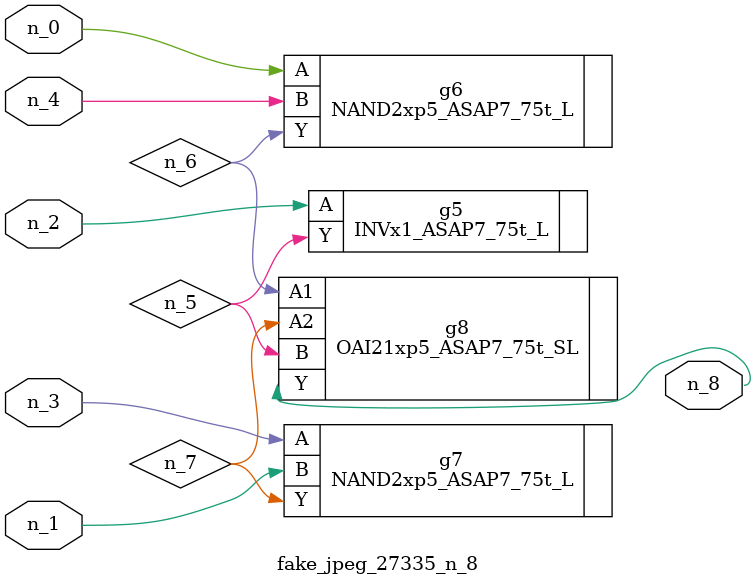
<source format=v>
module fake_jpeg_27335_n_8 (n_3, n_2, n_1, n_0, n_4, n_8);

input n_3;
input n_2;
input n_1;
input n_0;
input n_4;

output n_8;

wire n_6;
wire n_5;
wire n_7;

INVx1_ASAP7_75t_L g5 ( 
.A(n_2),
.Y(n_5)
);

NAND2xp5_ASAP7_75t_L g6 ( 
.A(n_0),
.B(n_4),
.Y(n_6)
);

NAND2xp5_ASAP7_75t_L g7 ( 
.A(n_3),
.B(n_1),
.Y(n_7)
);

OAI21xp5_ASAP7_75t_SL g8 ( 
.A1(n_6),
.A2(n_7),
.B(n_5),
.Y(n_8)
);


endmodule
</source>
